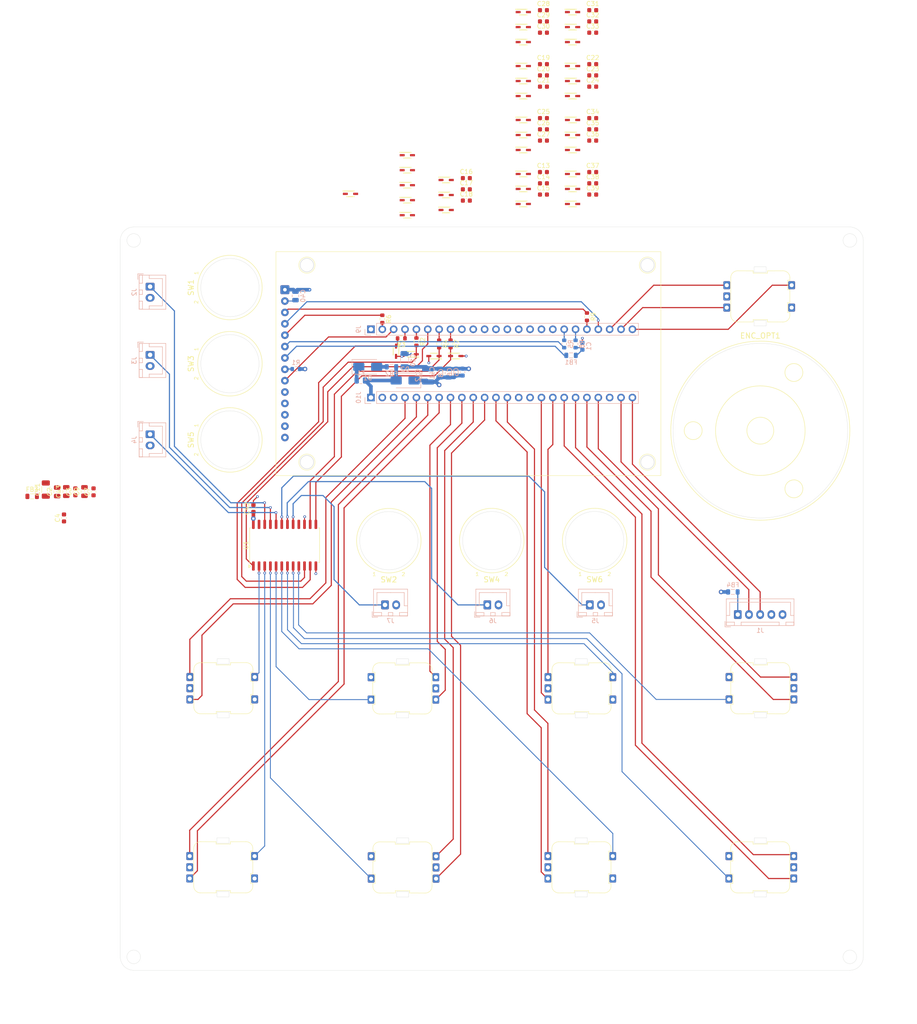
<source format=kicad_pcb>
(kicad_pcb (version 20241229) (generator "pcbnew") (generator_version "9.0")
  (layers (0 "F.Cu" signal) (4 "In1.Cu" power) (6 "In2.Cu" power) (2 "B.Cu" signal) (13 "F.Paste" user) (15 "B.Paste" user) (5 "F.SilkS" user "F.Silkscreen") (7 "B.SilkS" user "B.Silkscreen") (1 "F.Mask" user) (3 "B.Mask" user) (25 "Edge.Cuts" user))
  (net 0 "")
  (net 1 "+3V3")
  (net 2 "+5V")
  (net 3 "GND")
  (net 4 "/MIDI_Encoder_Matrix_2x4_with_push_buttons/1x1.QUAD_A")
  (net 5 "/MIDI_Encoder_Matrix_2x4_with_push_buttons/1x2.QUAD_A")
  (net 6 "/MIDI_Encoder_Matrix_2x4_with_push_buttons/1x1_SW_A")
  (net 7 "/MIDI_Encoder_Matrix_2x4_with_push_buttons/1x2_SW_A")
  (net 8 "/MIDI_Encoder_Matrix_2x4_with_push_buttons/1x3.QUAD_A")
  (net 9 "/MIDI_Encoder_Matrix_2x4_with_push_buttons/1x4.QUAD_A")
  (net 10 "/MIDI_Encoder_Matrix_2x4_with_push_buttons/1x3_SW_A")
  (net 11 "/MIDI_Encoder_Matrix_2x4_with_push_buttons/1x4_SW_A")
  (net 12 "/MIDI_Encoder_Matrix_2x4_with_push_buttons/2x1.QUAD_A")
  (net 13 "/MIDI_Encoder_Matrix_2x4_with_push_buttons/2x1_SW_A")
  (net 14 "/MIDI_Encoder_Matrix_2x4_with_push_buttons/2x2.QUAD_A")
  (net 15 "/MIDI_Encoder_Matrix_2x4_with_push_buttons/2x3.QUAD_A")
  (net 16 "/MIDI_Encoder_Matrix_2x4_with_push_buttons/2x2_SW_A")
  (net 17 "/MIDI_Encoder_Matrix_2x4_with_push_buttons/2x4.QUAD_A")
  (net 18 "/MIDI_Encoder_Matrix_2x4_with_push_buttons/2x3_SW_A")
  (net 19 "/MIDI_Encoder_Matrix_2x4_with_push_buttons/2x4_SW_A")
  (net 20 "/ENC_B_OPT")
  (net 21 "/Buttons_Momentary/BUTTON_PUSH_MOM_01")
  (net 22 "/Buttons_Momentary/BUTTON_PUSH_MOM_02")
  (net 23 "/Buttons_Momentary/BUTTON_PUSH_MOM_03")
  (net 24 "/Buttons_Momentary/BUTTON_PUSH_MOM_04")
  (net 25 "/Buttons_Momentary/BUTTON_PUSH_MOM_05")
  (net 26 "/Buttons_Momentary/BUTTON_PUSH_MOM_06")
  (net 27 "/ENC_A_OPT")
  (net 29 "/S0")
  (net 30 "/S1")
  (net 31 "/COM")
  (net 32 "/S2")
  (net 33 "/S3")
  (net 34 "/MIDI_Encoder_Matrix_2x4_with_push_buttons/1x1.QUAD_B")
  (net 35 "/MIDI_Encoder_Matrix_2x4_with_push_buttons/1x2.QUAD_B")
  (net 36 "/MIDI_Encoder_Matrix_2x4_with_push_buttons/1x3.QUAD_B")
  (net 37 "/MIDI_Encoder_Matrix_2x4_with_push_buttons/1x4.QUAD_B")
  (net 38 "/MIDI_Encoder_Matrix_2x4_with_push_buttons/2x1.QUAD_B")
  (net 39 "/MIDI_Encoder_Matrix_2x4_with_push_buttons/2x2.QUAD_B")
  (net 40 "/MIDI_Encoder_Matrix_2x4_with_push_buttons/2x3.QUAD_B")
  (net 41 "/MIDI_Encoder_Matrix_2x4_with_push_buttons/2x4.QUAD_B")
  (net 43 "/SCK")
  (net 44 "/Encoder_with_Push_Button_Navigation/QUAD_A")
  (net 45 "/Encoder_with_Push_Button_Navigation/QUAD_B")
  (net 46 "/Encoder_with_Push_Button_Navigation/SW_A")
  (net 47 "Net-(D1-K)")
  (net 48 "Net-(D1-A)")
  (net 49 "Net-(C1-Pad1)")
  (net 50 "/CS")
  (net 51 "/RST")
  (net 52 "/MISO")
  (net 53 "/DC")
  (net 54 "/LED")
  (net 55 "/MOSI")
  (net 56 "Net-(J1-Pin_1)")
  (net 57 "/Teensy_4.1/T28")
  (net 58 "/Teensy_4.1/T24")
  (net 59 "/Teensy_4.1/T9")
  (net 60 "/Teensy_4.1/T7")
  (net 61 "/Teensy_4.1/T27")
  (net 62 "/Teensy_4.1/T25")
  (net 63 "/Teensy_4.1/T26")
  (net 64 "/Teensy_4.1/T12")
  (net 65 "/Teensy_4.1/T10")
  (net 66 "/Teensy_4.1/T11")
  (net 67 "/Teensy_4.1/T8")
  (net 68 "/Teensy_4.1/T35")
  (net 69 "/Teensy_4.1/T13")
  (footprint "midi_controller:MSP2807_ILI9341_Display" (layer "F.Cu") (at 113.779995 107.51 -90)
    (property "Reference" "DISP1" (hide yes))
    (property "Value" "MIDI_Display_MSP2807" (hide yes))
    (fp_circle (center -22 -4.92) (end -20.5 -4.92) (stroke (width 0.1)) (fill no) (layer "Edge.Cuts"))
    (fp_circle (center 22 -4.92) (end 23.5 -4.92) (stroke (width 0.1)) (fill no) (layer "Edge.Cuts"))
    (fp_circle (center -22 -81) (end -20.5 -81) (stroke (width 0.1)) (fill no) (layer "Edge.Cuts"))
    (fp_circle (center 22 -81) (end 23.5 -81) (stroke (width 0.1)) (fill no) (layer "Edge.Cuts"))
  )
  (footprint "KiCad:SOD2512X110N" (layer "F.Cu") (at 178.051347 35.701999)
    (property "Reference" "D23" (hide yes))
    (property "Value" "PESD5V0L1BA,115" (hide yes))
  )
  (footprint "Capacitor_SMD:C_0603_1608Metric" (layer "F.Cu") (at 154.316347 71.101999)
    (property "Reference" "C18")
    (property "Value" "100n")
  )
  (footprint "KiCad:SOD2512X110N" (layer "F.Cu") (at 149.811347 69.851999)
    (property "Reference" "D7" (hide yes))
    (property "Value" "PESD5V0L1BA,115" (hide yes))
  )
  (footprint "midi_controller:PEC11R4220FS0024" (layer "F.Cu") (at 100.010013 219.990018 -90)
    (property "Reference" "ENC_MECH5" (hide yes))
    (property "Value" "MIDI_Encoder_PEC11R" (hide yes))
    (fp_rect (start -6.6 -1.3) (end -5.4 1.4) (stroke (width 0.05)) (fill no) (layer "Edge.Cuts"))
    (fp_rect (start 5.4 -1.3) (end 6.6 1.4) (stroke (width 0.05)) (fill no) (layer "Edge.Cuts"))
  )
  (footprint "midi_controller:PEC11R4220FS0024" (layer "F.Cu") (at 180.040013 220.000018 -90)
    (property "Reference" "ENC_MECH7" (hide yes))
    (property "Value" "MIDI_Encoder_PEC11R" (hide yes))
    (fp_rect (start -6.6 -1.3) (end -5.4 1.4) (stroke (width 0.05)) (fill no) (layer "Edge.Cuts"))
    (fp_rect (start 5.4 -1.3) (end 6.6 1.4) (stroke (width 0.05)) (fill no) (layer "Edge.Cuts"))
  )
  (footprint "Capacitor_SMD:C_0805_2012Metric" (layer "F.Cu") (at 62.901347 136.143999 90)
    (property "Reference" "C2")
    (property "Value" "10u")
  )
  (footprint "KiCad:SOD2512X110N" (layer "F.Cu") (at 128.433347 69.595999)
    (property "Reference" "D35" (hide yes))
    (property "Value" "PESD5V0L1BA,115" (hide yes))
  )
  (footprint "KiCad:SOD2512X110N" (layer "F.Cu") (at 141.133347 67.659999)
    (property "Reference" "D32" (hide yes))
    (property "Value" "PESD5V0L1BA,115" (hide yes))
  )
  (footprint "Capacitor_SMD:C_0603_1608Metric" (layer "F.Cu") (at 171.546347 55.191999)
    (property "Reference" "C26")
    (property "Value" "100n")
  )
  (footprint "KiCad:SOD2512X110N" (layer "F.Cu") (at 167.041347 56.451999)
    (property "Reference" "D16" (hide yes))
    (property "Value" "PESD5V0L1BA,115" (hide yes))
  )
  (footprint "Resistor_SMD:R_0603_1608Metric" (layer "F.Cu") (at 181.265347 97.027999 -90)
    (property "Reference" "R9")
    (property "Value" "33")
  )
  (footprint "midi_controller:PEC11R4220FS0024" (layer "F.Cu") (at 140.050013 220.030018 90)
    (property "Reference" "ENC_MECH6" (hide yes))
    (property "Value" "MIDI_Encoder_PEC11R" (hide yes))
    (fp_rect (start 5.4 -1.3) (end 6.6 1.4) (stroke (width 0.05)) (fill no) (layer "Edge.Cuts"))
    (fp_rect (start -6.6 -1.3) (end -5.4 1.4) (stroke (width 0.05)) (fill no) (layer "Edge.Cuts"))
  )
  (footprint "midi_controller:PEC11R4220FS0024" (layer "F.Cu") (at 100.040013 180.000018 -90)
    (property "Reference" "ENC_MECH1" (hide yes))
    (property "Value" "MIDI_Encoder_PEC11R" (hide yes))
    (fp_rect (start -6.6 -1.3) (end -5.4 1.4) (stroke (width 0.05)) (fill no) (layer "Edge.Cuts"))
    (fp_rect (start 5.4 -1.3) (end 6.6 1.4) (stroke (width 0.05)) (fill no) (layer "Edge.Cuts"))
  )
  (footprint "Capacitor_SMD:C_0603_1608Metric" (layer "F.Cu") (at 171.546347 57.701999)
    (property "Reference" "C27")
    (property "Value" "100n")
  )
  (footprint "KiCad:SOD2512X110N" (layer "F.Cu") (at 167.041347 41.051999)
    (property "Reference" "D9" (hide yes))
    (property "Value" "PESD5V0L1BA,115" (hide yes))
  )
  (footprint "KiCad:SOD2512X110N" (layer "F.Cu") (at 151.943435 105.814602)
    (property "Reference" "D39" (hide yes))
    (property "Value" "PESD5V0L1BA,115" (hide yes))
  )
  (footprint "Capacitor_SMD:C_0603_1608Metric" (layer "F.Cu") (at 64.425347 141.972999 90)
    (property "Reference" "C4")
    (property "Value" "100n")
  )
  (footprint "Capacitor_SMD:C_0603_1608Metric" (layer "F.Cu") (at 182.556347 45.651999)
    (property "Reference" "C24")
    (property "Value" "100n")
  )
  (footprint "KiCad:SOD2512X110N" (layer "F.Cu") (at 178.051347 32.351999)
    (property "Reference" "D22" (hide yes))
    (property "Value" "PESD5V0L1BA,115" (hide yes))
  )
  (footprint "KiCad:SOD2512X110N" (layer "F.Cu") (at 167.041347 35.701999)
    (property "Reference" "D20" (hide yes))
    (property "Value" "PESD5V0L1BA,115" (hide yes))
  )
  (footprint "KiCad:SOD2512X110N" (layer "F.Cu") (at 141.133347 60.959999)
    (property "Reference" "D30" (hide yes))
    (property "Value" "PESD5V0L1BA,115" (hide yes))
  )
  (footprint "Capacitor_SMD:C_0603_1608Metric" (layer "F.Cu") (at 182.556347 57.701999)
    (property "Reference" "C36")
    (property "Value" "100n")
  )
  (footprint "Capacitor_SMD:C_0603_1608Metric" (layer "F.Cu") (at 171.546347 64.731999)
    (property "Reference" "C13")
    (property "Value" "100n")
  )
  (footprint "KiCad:SOD2512X110N" (layer "F.Cu") (at 149.811347 73.201999)
    (property "Reference" "D8" (hide yes))
    (property "Value" "PESD5V0L1BA,115" (hide yes))
  )
  (footprint "Inductor_SMD:L_0805_2012Metric" (layer "F.Cu") (at 57.313347 137.159999)
    (property "Reference" "FB3")
    (property "Value" "FerriteBead")
  )
  (footprint "KiCad:SOD2512X110N" (layer "F.Cu") (at 167.041347 29.001999)
    (property "Reference" "D18" (hide yes))
    (property "Value" "PESD5V0L1BA,115" (hide yes))
  )
  (footprint "Capacitor_SMD:C_0603_1608Metric" (layer "F.Cu") (at 154.316347 66.081999)
    (property "Reference" "C16")
    (property "Value" "100n")
  )
  (footprint "Capacitor_SMD:C_0603_1608Metric" (layer "F.Cu") (at 71.029347 136.143999 90)
    (property "Reference" "C7")
    (property "Value" "1n")
  )
  (footprint "KiCad:SOD2512X110N" (layer "F.Cu") (at 149.811347 66.501999)
    (property "Reference" "D6" (hide yes))
    (property "Value" "PESD5V0L1BA,115" (hide yes))
  )
  (footprint "Capacitor_SMD:C_0603_1608Metric" (layer "F.Cu") (at 182.556347 31.091999)
    (property "Reference" "C32")
    (property "Value" "100n")
  )
  (footprint "KiCad:SOD2512X110N" (layer "F.Cu") (at 167.041347 71.851999)
    (property "Reference" "D5" (hide yes))
    (property "Value" "PESD5V0L1BA,115" (hide yes))
  )
  (footprint "KiCad:SOD2512X110N" (layer "F.Cu") (at 178.051347 44.401999)
    (property "Reference" "D13" (hide yes))
    (property "Value" "PESD5V0L1BA,115" (hide yes))
  )
  (footprint "KiCad:SOD2512X110N" (layer "F.Cu") (at 178.051347 53.101999)
    (property "Reference" "D24" (hide yes))
    (property "Value" "PESD5V0L1BA,115" (hide yes))
  )
  (footprint "KiCad:SOD2512X110N" (layer "F.Cu") (at 178.051347 59.801999)
    (property "Reference" "D26" (hide yes))
    (property "Value" "PESD5V0L1BA,115" (hide yes))
  )
  (footprint "Package_SO:SOIC-24W_7.5x15.4mm_P1.27mm" (layer "F.Cu") (at 113.715046 148.057085 90)
    (property "Reference" "U1")
    (property "Value" "CD74HC4067M")
  )
  (footprint "Capacitor_SMD:C_0603_1608Metric" (layer "F.Cu") (at 106.750004 139.85 90)
    (property "Reference" "C42")
    (property "Value" "100n")
  )
  (footprint "KiCad:SOD2512X110N" (layer "F.Cu") (at 167.041347 47.751999)
    (property "Reference" "D11" (hide yes))
    (property "Value" "PESD5V0L1BA,115" (hide yes))
  )
  (footprint "midi_controller:PV0H24011_Pushbutton" (layer "F.Cu") (at 101.500013 124.550018 -90)
    (property "Reference" "SW5")
    (property "Value" "~" (hide yes))
    (fp_circle (center 0 0) (end 6.5 0) (stroke (width 0.05)) (fill no) (layer "Edge.Cuts"))
  )
  (footprint "Capacitor_SMD:C_0603_1608Metric" (layer "F.Cu") (at 182.556347 43.141999)
    (property "Reference" "C23")
    (property "Value" "100n")
  )
  (footprint "Capacitor_SMD:C_0603_1608Metric" (layer "F.Cu") (at 182.556347 33.601999)
    (property "Reference" "C33")
    (property "Value" "100n")
  )
  (footprint "midi_controller:PEC11R4220FS0024" (layer "F.Cu") (at 220.000013 92.500018 -90)
    (property "Reference" "ENC_MECH9" (hide yes))
    (property "Value" "MIDI_Encoder_PEC11R" (hide yes))
    (fp_rect (start -6.6 -1.3) (end -5.4 1.4) (stroke (width 0.05)) (fill no) (layer "Edge.Cuts"))
    (fp_rect (start 5.4 -1.3) (end 6.6 1.4) (stroke (width 0.05)) (fill no) (layer "Edge.Cuts"))
  )
  (footprint "KiCad:SOD2512X110N" (layer "F.Cu") (at 178.051347 41.051999)
    (property "Reference" "D12" (hide yes))
    (property "Value" "PESD5V0L1BA,115" (hide yes))
  )
  (footprint "Capacitor_SMD:C_0603_1608Metric" (layer "F.Cu") (at 171.546347 67.241999)
    (property "Reference" "C14")
    (property "Value" "100n")
  )
  (footprint "Capacitor_SMD:C_0603_1608Metric" (layer "F.Cu") (at 171.546347 40.631999)
    (property "Reference" "C19")
    (property "Value" "100n")
  )
  (footprint "KiCad:SOD2512X110N" (layer "F.Cu") (at 147.08071 105.820458 180)
    (property "Reference" "D38" (hide yes))
    (property "Value" "PESD5V0L1BA,115" (hide yes))
  )
  (footprint "KiCad:SOD2512X110N" (layer "F.Cu") (at 138.613366 104.739557 -90)
    (property "Reference" "D37" (hide yes))
    (property "Value" "PESD5V0L1BA,115" (hide yes))
  )
  (footprint "Capacitor_SMD:C_0603_1608Metric" (layer "F.Cu") (at 171.546347 43.141999)
    (property "Reference" "C20")
    (property "Value" "100n")
  )
  (footprint "midi_controller:PEC11R4220FS0024" (layer "F.Cu") (at 219.970013 220.000018 90)
    (property "Reference" "ENC_MECH8" (hide yes))
    (property "Value" "MIDI_Encoder_PEC11R" (hide yes))
    (fp_rect (start 5.4 -1.3) (end 6.6 1.4) (stroke (width 0.05)) (fill no) (layer "Edge.Cuts"))
    (fp_rect (start -6.6 -1.3) (end -5.4 1.4) (stroke (width 0.05)) (fill no) (layer "Edge.Cuts"))
  )
  (footprint "KiCad:SOD2512X110N" (layer "F.Cu") (at 167.041347 32.351999)
    (property "Reference" "D19" (hide yes))
    (property "Value" "PESD5V0L1BA,115" (hide yes))
  )
  (footprint "midi_controller:PEC11R4220FS0024" (layer "F.Cu") (at 180.060013 180.030018 -90)
    (property "Reference" "ENC_MECH3" (hide yes))
    (property "Value" "MIDI_Encoder_PEC11R" (hide yes))
    (fp_rect (start -6.6 -1.3) (end -5.4 1.4) (stroke (width 0.05)) (fill no) (layer "Edge.Cuts"))
    (fp_rect (start 5.4 -1.3) (end 6.6 1.4) (stroke (width 0.05)) (fill no) (layer "Edge.Cuts"))
  )
  (footprint "Capacitor_SMD:C_0603_1608Metric" (layer "F.Cu") (at 66.965347 136.143999 90)
    (property "Reference" "C3")
    (property "Value" "100n")
  )
  (footprint "Capacitor_SMD:C_0603_1608Metric" (layer "F.Cu") (at 171.546347 52.681999)
    (property "Reference" "C25")
    (property "Value" "100n")
  )
  (footprint "KiCad:SOD2512X110N" (layer "F.Cu") (at 141.133347 64.309999)
    (property "Reference" "D31" (hide yes))
    (property "Value" "PESD5V0L1BA,115" (hide yes))
  )
  (footprint "KiCad:SOD2512X110N" (layer "F.Cu") (at 167.041347 44.401999)
    (property "Reference" "D10" (hide yes))
    (property "Value" "PESD5V0L1BA,115" (hide yes))
  )
  (footprint "KiCad:SOD2512X110N" (layer "F.Cu") (at 167.041347 68.501999)
    (property "Reference" "D4" (hide yes))
    (property "Value" "PESD5V0L1BA,115" (hide yes))
  )
  (footprint "KiCad:SOD2512X110N" (layer "F.Cu") (at 167.041347 65.151999)
    (property "Reference" "D3" (hide yes))
    (property "Value" "PESD5V0L1BA,115" (hide yes))
  )
  (footprint "Capacitor_SMD:C_1206_3216Metric" (layer "F.Cu") (at 60.361347 135.635999 90)
    (property "Reference" "C11")
    (property "Value" "47u")
  )
  (footprint "Capacitor_SMD:C_0603_1608Metric" (layer "F.Cu") (at 182.556347 28.581999)
    (property "Reference" "C31")
    (property "Value" "100n")
  )
  (footprint "midi_controller:E38S6G5_Optical_Encoder" (layer "F.Cu") (at 220.000013 122.482518)
    (property "Reference" "ENC_OPT1")
    (property "Value" "MIDI_Encoder_E38S6G5_Optical" (hide yes))
    (fp_circle (center 0 0) (end 19.5 0) (stroke (width 0.05)) (fill no) (layer "Edge.Cuts"))
  )
  (footprint "Resistor_SMD:R_0603_1608Metric" (layer "F.Cu") (at 150.788766 103.095634 -90)
    (property "Reference" "R7")
    (property "Value" "100")
  )
  (footprint "KiCad:SOD2512X110N" (layer "F.Cu") (at 178.051347 65.151999)
    (property "Reference" "D27" (hide yes))
    (property "Value" "PESD5V0L1BA,115" (hide yes))
  )
  (footprint "Capacitor_SMD:C_0603_1608Metric" (layer "F.Cu") (at 182.556347 52.681999)
    (property "Reference" "C34")
    (property "Value" "100n")
  )
  (footprint "Capacitor_SMD:C_0603_1608Metric" (layer "F.Cu") (at 154.316347 68.591999)
    (property "Reference" "C17")
    (property "Value" "100n")
  )
  (footprint "KiCad:SOD2512X110N" (layer "F.Cu") (at 178.051347 56.451999)
    (property "Reference" "D25" (hide yes))
    (property "Value" "PESD5V0L1BA,115" (hide yes))
  )
  (footprint "midi_controller:PEC11R4220FS0024" (layer "F.Cu") (at 220.000013 180.010018 90)
    (property "Reference" "ENC_MECH4" (hide yes))
    (property "Value" "MIDI_Encoder_PEC11R" (hide yes))
    (fp_rect (start 5.4 -1.3) (end 6.6 1.4) (stroke (width 0.05)) (fill no) (layer "Edge.Cuts"))
    (fp_rect (start -6.6 -1.3) (end -5.4 1.4) (stroke (width 0.05)) (fill no) (layer "Edge.Cuts"))
  )
  (footprint "Capacitor_SMD:C_0603_1608Metric" (layer "F.Cu") (at 182.556347 55.191999)
    (property "Reference" "C35")
    (property "Value" "100n")
  )
  (footprint "KiCad:SOD2512X110N" (layer "F.Cu") (at 141.133347 74.359999)
    (property "Reference" "D34" (hide yes))
    (property "Value" "PESD5V0L1BA,115" (hide yes))
  )
  (footprint "KiCad:SOD2512X110N" (layer "F.Cu") (at 178.051347 71.851999)
    (property "Reference" "D29" (hide yes))
    (property "Value" "PESD5V0L1BA,115" (hide yes))
  )
  (footprint "Capacitor_SMD:C_0603_1608Metric" (layer "F.Cu") (at 182.556347 69.751999)
    (property "Reference" "C39")
    (property "Value" "100n")
  )
  (footprint "Capacitor_SMD:C_0603_1608Metric" (layer "F.Cu") (at 182.556347 40.631999)
    (property "Reference" "C22")
    (property "Value" "100n")
  )
  (footprint "KiCad:SOD2512X110N" (layer "F.Cu") (at 141.133347 71.009999)
    (property "Reference" "D33" (hide yes))
    (property "Value" "PESD5V0L1BA,115" (hide yes))
  )
  (footprint "midi_controller:PV0H24011_Pushbutton" (layer "F.Cu") (at 182.990013 147.020018)
    (property "Reference" "SW6")
    (property "Value" "~" (hide yes))
    (fp_circle (center 0 0) (end 6.5 0) (stroke (width 0.05)) (fill no) (layer "Edge.Cuts"))
  )
  (footprint "Capacitor_SMD:C_0603_1608Metric" (layer "F.Cu") (at 171.546347 33.601999)
    (property "Reference" "C30")
    (property "Value" "100n")
  )
  (footprint "KiCad:SOD2512X110N" (layer "F.Cu") (at 141.987561 105.41864 180)
    (property "Reference" "D36" (hide yes))
    (property "Value" "PESD5V0L1BA,115" (hide yes))
  )
  (footprint "Capacitor_SMD:C_0603_1608Metric" (layer "F.Cu") (at 171.546347 28.581999)
    (property "Reference" "C28")
    (property "Value" "100n")
  )
  (footprint "Resistor_SMD:R_0603_1608Metric" (layer "F.Cu") (at 135.545347 97.535999 -90)
    (property "Reference" "R6")
    (property "Value" "33")
  )
  (footprint "Capacitor_SMD:C_0603_1608Metric" (layer "F.Cu") (at 171.546347 69.751999)
    (property "Reference" "C15")
    (property "Value" "100n")
  )
  (footprint "KiCad:SOD2512X110N" (layer "F.Cu") (at 167.041347 53.101999)
    (property "Reference" "D15" (hide yes))
    (property "Value" "PESD5V0L1BA,115" (hide yes))
  )
  (footprint "Resistor_SMD:R_0603_1608Metric" (layer "F.Cu") (at 143.165347 102.615999 -90)
    (property "Reference" "R2")
    (property "Value" "100")
  )
  (footprint "Resistor_SMD:R_0603_1608Metric" (layer "F.Cu") (at 148.245347 103.123999 -90)
    (property "Reference" "R4")
    (property "Value" "100")
  )
  (footprint "Resistor_SMD:R_0603_1608Metric" (layer "F.Cu") (at 139.780541 101.864064 180)
    (property "Reference" "R3")
    (property "Value" "100")
  )
  (footprint "KiCad:SOD2512X110N" (layer "F.Cu") (at 178.051347 68.501999)
    (property "Reference" "D28" (hide yes))
    (property "Value" "PESD5V0L1BA,115" (hide yes))
  )
  (footprint "KiCad:SOD2512X110N" (layer "F.Cu") (at 178.051347 29.001999)
    (property "Reference" "D21" (hide yes))
    (property "Value" "PESD5V0L1BA,115" (hide yes))
  )
  (footprint "midi_controller:PV0H24011_Pushbutton" (layer "F.Cu") (at 137.000013 147.050018)
    (property "Reference" "SW2")
    (property "Value" "~" (hide yes))
    (fp_circle (center 0 0) (end 6.5 0) (stroke (width 0.05)) (fill no) (layer "Edge.Cuts"))
  )
  (footprint "midi_controller:PEC11R4220FS0024" (layer "F.Cu") (at 140.010013 180.040018 90)
    (property "Reference" "ENC_MECH2" (hide yes))
    (property "Value" "MIDI_Encoder_PEC11R" (hide yes))
    (fp_rect (start 5.4 -1.3) (end 6.6 1.4) (stroke (width 0.05)) (fill no) (layer "Edge.Cuts"))
    (fp_rect (start -6.6 -1.3) (end -5.4 1.4) (stroke (width 0.05)) (fill no) (layer "Edge.Cuts"))
  )
  (footprint "KiCad:SOD2512X110N" (layer "F.Cu") (at 178.051347 47.751999)
    (property "Reference" "D14" (hide yes))
    (property "Value" "PESD5V0L1BA,115" (hide yes))
  )
  (footprint "KiCad:SOD2512X110N" (layer "F.Cu") (at 167.041347 59.801999)
    (property "Reference" "D17" (hide yes))
    (property "Value" "PESD5V0L1BA,115" (hide yes))
  )
  (footprint "midi_controller:PV0H24011_Pushbutton" (layer "F.Cu") (at 101.500013 107.535018 -90)
    (property "Reference" "SW3")
    (property "Value" "~" (hide yes))
    (fp_circle (center 0 0) (end 6.5 0) (stroke (width 0.05)) (fill no) (layer "Edge.Cuts"))
  )
  (footprint "midi_controller:PV0H24011_Pushbutton" (layer "F.Cu") (at 160.000013 147.030018)
    (property "Reference" "SW4")
    (property "Value" "~" (hide yes))
    (fp_circle (center 0 0) (end 6.5 0) (stroke (width 0.05)) (fill no) (layer "Edge.Cuts"))
  )
  (footprint "Capacitor_SMD:C_0603_1608Metric" (layer "F.Cu") (at 171.546347 31.091999)
    (property "Reference" "C29")
    (property "Value" "100n")
  )
  (footprint "Capacitor_SMD:C_0603_1608Metric" (layer "F.Cu") (at 182.556347 67.241999)
    (property "Reference" "C38")
    (property "Value" "100n")
  )
  (footprint "Capacitor_SMD:C_0805_2012Metric" (layer "F.Cu") (at 64.933347 136.077999 90)
    (property "Reference" "C43")
    (property "Value" "10u")
  )
  (footprint "Capacitor_SMD:C_0603_1608Metric" (layer "F.Cu") (at 182.556347 64.731999)
    (property "Reference" "C37")
    (property "Value" "100n")
  )
  (footprint "midi_controller:PV0H24011_Pushbutton" (layer "F.Cu") (at 101.500013 90.520018 -90)
    (property "Reference" "SW1")
    (property "Value" "~" (hide yes))
    (fp_circle (center 0 0) (end 6.5 0) (stroke (width 0.05)) (fill no) (layer "Edge.Cuts"))
  )
  (footprint "Capacitor_SMD:C_0805_2012Metric" (layer "F.Cu") (at 68.997347 136.077999 90)
    (property "Reference" "C9")
    (property "Value" "100n")
  )
  (footprint "Capacitor_SMD:C_0603_1608Metric" (layer "F.Cu") (at 171.546347 45.651999)
    (property "Reference" "C21")
    (property "Value" "100n")
  )
  (footprint "Connector_JST:JST_XH_B5B-XH-A_1x05_P2.50mm_Vertical" (layer "B.Cu") (at 214.964004 163.552085)
    (property "Reference" "J1")
    (property "Value" "Conn_01x05")
  )
  (footprint "Capacitor_SMD:C_0805_2012Metric" (layer "B.Cu") (at 148.352446 109.622965 -90)
    (property "Reference" "C41")
    (property "Value" "10u")
  )
  (footprint "Capacitor_SMD:C_1206_3216Metric" (layer "B.Cu") (at 140.525865 106.751726 90)
    (property "Reference" "C10")
    (property "Value" "47u")
  )
  (footprint "Inductor_SMD:L_0805_2012Metric" (layer "B.Cu") (at 177.709347 105.663999)
    (property "Reference" "FB1")
    (property "Value" "FerriteBead")
  )
  (footprint "Connector_JST:JST_XH_B2B-XH-A_1x02_P2.50mm_Vertical" (layer "B.Cu") (at 159.004004 161.392085)
    (property "Reference" "J6")
    (property "Value" "Conn_01x02_Socket")
  )
  (footprint "Resistor_SMD:R_0603_1608Metric" (layer "B.Cu") (at 176.185347 103.123999 90)
    (property "Reference" "R5")
    (property "Value" "33")
  )
  (footprint "Inductor_SMD:L_0805_2012Metric" (layer "B.Cu") (at 213.868004 158.495999 180)
    (property "Reference" "FB4")
    (property "Value" "FerriteBead")
  )
  (footprint "Connector_JST:JST_XH_B2B-XH-A_1x02_P2.50mm_Vertical" (layer "B.Cu") (at 83.665046 105.552085 -90)
    (property "Reference" "J3")
    (property "Value" "Conn_01x02_Socket")
  )
  (footprint "Connector_PinSocket_2.54mm:PinSocket_1x24_P2.54mm_Vertical" (layer "B.Cu") (at 133.000004 99.842085 -90)
    (property "Reference" "J9")
    (property "Value" "Conn_01x24_Socket")
  )
  (footprint "Capacitor_SMD:C_1210_3225Metric" (layer "B.Cu") (at 145.761006 110.132986 -90)
    (property "Reference" "C12")
    (property "Value" "100u")
  )
  (footprint "Fuse:Fuse_0805_2012Metric" (layer "B.Cu") (at 130.754472 111.27552 180)
    (property "Reference" "F1")
    (property "Value" "Fuse")
  )
  (footprint "Diode_SMD:D_SMA" (layer "B.Cu") (at 140.639862 111.27319 180)
    (property "Reference" "D2")
    (property "Value" "SMAJ5.0CA")
  )
  (footprint "Connector_JST:JST_XH_B2B-XH-A_1x02_P2.50mm_Vertical" (layer "B.Cu") (at 181.904004 161.392085)
    (property "Reference" "J5")
    (property "Value" "Conn_01x02_Socket")
  )
  (footprint "Resistor_SMD:R_0603_1608Metric" (layer "B.Cu") (at 178.725347 103.123999 90)
    (property "Reference" "R8")
    (property "Value" "33")
  )
  (footprint "Diode_SMD:D_SMA" (layer "B.Cu") (at 132.287051 108.22752)
    (property "Reference" "D1")
    (property "Value" "SS34")
  )
  (footprint "Connector_PinSocket_2.54mm:PinSocket_1x24_P2.54mm_Vertical" (layer "B.Cu") (at 133.000004 115.082085 -90)
    (property "Reference" "J10")
    (property "Value" "Conn_01x24_Socket")
  )
  (footprint "Capacitor_SMD:C_0603_1608Metric" (layer "B.Cu") (at 152.017257 109.400892 -90)
    (property "Reference" "C6")
    (property "Value" "10n")
  )
  (footprint "Connector_JST:JST_XH_B2B-XH-A_1x02_P2.50mm_Vertical" (layer "B.Cu") (at 136.144004 161.392085)
    (property "Reference" "J7")
    (property "Value" "Conn_01x02_Socket")
  )
  (footprint "Inductor_SMD:L_0805_2012Metric" (layer "B.Cu") (at 137.591862 108.22519)
    (property "Reference" "FB2")
    (property "Value" "FerriteBead")
  )
  (footprint "Capacitor_SMD:C_0805_2012Metric" (layer "B.Cu") (at 150.316885 109.623013 -90)
    (property "Reference" "C8")
    (property "Value" "100n")
  )
  (footprint "Capacitor_SMD:C_0603_1608Metric" (layer "B.Cu") (at 180.249347 103.631999 90)
    (property "Reference" "C1")
    (property "Value" "100p")
  )
  (footprint "Resistor_SMD:R_0603_1608Metric" (layer "B.Cu") (at 116.241347 108.711999 180)
    (property "Reference" "R1")
    (property "Value" "220")
  )
  (footprint "Connector_JST:JST_XH_B2B-XH-A_1x02_P2.50mm_Vertical" (layer "B.Cu") (at 83.665046 123.282085 -90)
    (property "Reference" "J4")
    (property "Value" "Conn_01x02_Socket")
  )
  (footprint "Connector_JST:JST_XH_B2B-XH-A_1x02_P2.50mm_Vertical" (layer "B.Cu") (at 83.665046 90.312085 -90)
    (property "Reference" "J2")
    (property "Value" "Conn_01x02_Socket")
  )
  (footprint "Capacitor_SMD:C_0603_1608Metric" (layer "B.Cu") (at 153.47077 109.399547 -90)
    (property "Reference" "C5")
    (property "Value" "1n")
  )
  (footprint "Capacitor_SMD:C_0805_2012Metric" (layer "B.Cu") (at 116.140004 92.38 90)
    (property "Reference" "C40")
    (property "Value" "100n")
  )
  (gr_circle (center 240 240) (end 241.52 240) (stroke (width 0.05)) (fill no) (layer "Edge.Cuts"))
  (gr_circle (center 80 80) (end 81.52 80) (stroke (width 0.05)) (fill no) (layer "Edge.Cuts"))
  (gr_arc (start 243.000004 240) (mid 242.121324 242.12132) (end 240.000004 243) (stroke (width 0.05)) (layer "Edge.Cuts"))
  (gr_line (start 243.000004 80) (end 243.000004 240) (stroke (width 0.05)) (layer "Edge.Cuts"))
  (gr_circle (center 80 240) (end 81.52 240) (stroke (width 0.05)) (fill no) (layer "Edge.Cuts"))
  (gr_arc (start 80.000004 243) (mid 77.878681 242.121322) (end 77.000004 240) (stroke (width 0.05)) (layer "Edge.Cuts"))
  (gr_line (start 240.000004 243) (end 80.000004 243) (stroke (width 0.05)) (layer "Edge.Cuts"))
  (gr_arc (start 240.000004 77) (mid 242.121322 77.878681) (end 243.000004 80) (stroke (width 0.05)) (layer "Edge.Cuts"))
  (gr_circle (center 240 80) (end 241.52 80) (stroke (width 0.05)) (fill no) (layer "Edge.Cuts"))
  (gr_line (start 77.000004 240) (end 77.000004 80) (stroke (width 0.05)) (layer "Edge.Cuts"))
  (gr_line (start 80.000004 77) (end 240.000004 77) (stroke (width 0.05)) (layer "Edge.Cuts"))
  (gr_arc (start 77.000004 80) (mid 77.878684 77.87868) (end 80.000004 77) (stroke (width 0.05)) (layer "Edge.Cuts"))
  (segment (start 106.750004 142.0938) (end 106.730804 142.113) (width 0.8128) (layer "F.Cu") (net 1))
  (segment (start 106.730804 142.113) (end 106.730804 143.406327) (width 0.254) (layer "F.Cu") (net 1))
  (segment (start 106.730804 143.406327) (end 106.730046 143.407085) (width 0.254) (layer "F.Cu") (net 1))
  (segment (start 106.750004 140.8) (end 106.750004 142.0938) (width 0.8128) (layer "F.Cu") (net 1))
  (via (at 106.730804 142.113) (size 1.016) (drill 0.508) (layers "F.Cu" "B.Cu") (net 1))
  (via (at 118.273347 108.711999) (size 1.016) (drill 0.508) (layers "F.Cu" "B.Cu") (net 1))
  (segment (start 118.273347 108.711999) (end 117.066347 108.711999) (width 0.8128) (layer "B.Cu") (net 1))
  (via (at 119.290004 91.01) (size 0.6) (drill 0.3) (layers "F.Cu" "B.Cu") (net 2))
  (via (at 211.237347 158.495999) (size 1.016) (drill 0.508) (layers "F.Cu" "B.Cu") (net 2))
  (via (at 154.849347 108.665383) (size 1.016) (drill 0.508) (layers "F.Cu" "B.Cu") (net 2))
  (segment (start 148.337467 108.657986) (end 148.352446 108.672965) (width 0.8128) (layer "B.Cu") (net 2))
  (segment (start 133.000004 115.082085) (end 133.000004 112.583552) (width 0.8128) (layer "B.Cu") (net 2))
  (segment (start 154.849347 108.665383) (end 153.511606 108.665383) (width 0.8128) (layer "B.Cu") (net 2))
  (segment (start 153.469425 108.625892) (end 153.47077 108.624547) (width 0.8128) (layer "B.Cu") (net 2))
  (segment (start 119.290004 91.01) (end 116.560004 91.01) (width 0.8128) (layer "B.Cu") (net 2))
  (segment (start 113.779995 91) (end 113.770013 90.990018) (width 0.8128) (layer "B.Cu") (net 2))
  (segment (start 133.000004 112.583552) (end 131.691972 111.27552) (width 0.8128) (layer "B.Cu") (net 2))
  (segment (start 211.237347 158.495999) (end 212.805504 158.495999) (width 0.8128) (layer "B.Cu") (net 2))
  (segment (start 152.017257 108.625892) (end 153.469425 108.625892) (width 0.8128) (layer "B.Cu") (net 2))
  (segment (start 138.637532 111.27552) (end 138.639862 111.27319) (width 0.8128) (layer "B.Cu") (net 2))
  (segment (start 153.511606 108.665383) (end 153.47077 108.624547) (width 0.8128) (layer "B.Cu") (net 2))
  (segment (start 150.316885 108.673013) (end 151.970136 108.673013) (width 0.8128) (layer "B.Cu") (net 2))
  (segment (start 131.691972 111.27552) (end 138.637532 111.27552) (width 0.8128) (layer "B.Cu") (net 2))
  (segment (start 150.316837 108.672965) (end 150.316885 108.673013) (width 0.8128) (layer "B.Cu") (net 2))
  (segment (start 145.761006 108.657986) (end 148.337467 108.657986) (width 0.8128) (layer "B.Cu") (net 2))
  (segment (start 138.639862 108.23969) (end 138.654362 108.22519) (width 0.8128) (layer "B.Cu") (net 2))
  (segment (start 151.970136 108.673013) (end 152.017257 108.625892) (width 0.8128) (layer "B.Cu") (net 2))
  (segment (start 115.700022 90.990018) (end 116.140004 91.43) (width 0.8128) (layer "B.Cu") (net 2))
  (segment (start 113.770013 90.990018) (end 115.700022 90.990018) (width 0.8128) (layer "B.Cu") (net 2))
  (segment (start 140.525865 108.226726) (end 145.329746 108.226726) (width 0.8128) (layer "B.Cu") (net 2))
  (segment (start 145.329746 108.226726) (end 145.761006 108.657986) (width 0.8128) (layer "B.Cu") (net 2))
  (segment (start 116.560004 91.01) (end 116.140004 91.43) (width 0.8128) (layer "B.Cu") (net 2))
  (segment (start 138.639862 111.27319) (end 138.639862 108.23969) (width 0.8128) (layer "B.Cu") (net 2))
  (segment (start 148.352446 108.672965) (end 150.316837 108.672965) (width 0.8128) (layer "B.Cu") (net 2))
  (segment (start 145.930395 107.329474) (end 145.930395 106.98305) (width 0.254) (layer "F.Cu") (net 3))
  (segment (start 120.700046 152.707085) (end 120.700046 154.399958) (width 0.2) (layer "F.Cu") (net 3))
  (segment (start 154.29183 105.814602) (end 153.093435 105.814602) (width 0.254) (layer "F.Cu") (net 3))
  (segment (start 145.93071 106.982735) (end 145.93071 105.820458) (width 0.254) (layer "F.Cu") (net 3))
  (segment (start 118.160046 143.407085) (end 118.160046 141.739958) (width 0.2) (layer "F.Cu") (net 3))
  (segment (start 138.613366 105.889557) (end 139.911915 105.889557) (width 0.254) (layer "F.Cu") (net 3))
  (segment (start 140.366644 105.889557) (end 140.837561 105.41864) (width 0.254) (layer "F.Cu") (net 3))
  (segment (start 145.930395 106.98305) (end 145.93071 106.982735) (width 0.254) (layer "F.Cu") (net 3))
  (segment (start 139.911915 105.889557) (end 140.366644 105.889557) (width 0.254) (layer "F.Cu") (net 3))
  (segment (start 118.160046 141.739958) (end 118.200004 141.7) (width 0.2) (layer "F.Cu") (net 3))
  (segment (start 180.249347 102.589999) (end 180.249347 101.840997) (width 0.254) (layer "F.Cu") (net 3))
  (segment (start 120.700046 154.399958) (end 120.700004 154.4) (width 0.2) (layer "F.Cu") (net 3))
  (segment (start 107.650676 137.205328) (end 106.750004 138.106) (width 0.254) (layer "F.Cu") (net 3))
  (segment (start 106.750004 138.106) (end 106.750004 138.9) (width 0.254) (layer "F.Cu") (net 3))
  (via (at 154.29183 105.814602) (size 0.6096) (drill 0.3048) (layers "F.Cu" "B.Cu") (net 3))
  (via (at 118.200004 141.7) (size 0.6) (drill 0.3) (layers "F.Cu" "B.Cu") (net 3))
  (via (at 180.249347 101.840997) (size 0.6096) (drill 0.3048) (layers "F.Cu" "B.Cu") (net 3))
  (via (at 145.930395 107.329474) (size 0.6) (drill 0.3) (layers "F.Cu" "B.Cu") (net 3))
  (via (at 120.700004 154.4) (size 0.6) (drill 0.3) (layers "F.Cu" "B.Cu") (net 3))
  (via (at 148.245347 112.267999) (size 1.016) (drill 0.508) (layers "F.Cu" "B.Cu") (net 3))
  (via (at 107.650676 137.205328) (size 0.6) (drill 0.3) (layers "F.Cu" "B.Cu") (net 3))
  (via (at 139.911915 105.889557) (size 0.6) (drill 0.3) (layers "F.Cu" "B.Cu") (net 3))
  (segment (start 147.317425 111.607986) (end 148.352446 110.572965) (width 0.8128) (layer "B.Cu") (net 3))
  (segment (start 142.639862 111.27319) (end 145.42621 111.27319) (width 0.8128) (layer "B.Cu") (net 3))
  (segment (start 151.620136 110.573013) (end 152.017257 110.175892) (width 0.8128) (layer "B.Cu") (net 3))
  (segment (start 153.469425 110.175892) (end 153.47077 110.174547) (width 0.8128) (layer "B.Cu") (net 3))
  (segment (start 113.770013 93.530018) (end 115.939986 93.530018) (width 0.2) (layer "B.Cu") (net 3))
  (segment (start 145.93071 107.329822) (end 145.929272 107.33126) (width 0.254) (layer "B.Cu") (net 3))
  (segment (start 141.683906 105.512953) (end 141.993818 105.203041) (width 0.254) (layer "B.Cu") (net 3))
  (segment (start 145.761006 111.607986) (end 147.585334 111.607986) (width 0.8128) (layer "B.Cu") (net 3))
  (segment (start 139.685582 105.512953) (end 141.683906 105.512953) (width 0.254) (layer "B.Cu") (net 3))
  (segment (start 145.761006 111.607986) (end 147.317425 111.607986) (width 0.8128) (layer "B.Cu") (net 3))
  (segment (start 150.316885 110.573013) (end 151.620136 110.573013) (width 0.8128) (layer "B.Cu") (net 3))
  (segment (start 115.939986 93.530018) (end 116.140004 93.33) (width 0.2) (layer "B.Cu") (net 3))
  (segment (start 150.316837 110.572965) (end 150.316885 110.573013) (width 0.8128) (layer "B.Cu") (net 3))
  (segment (start 145.93071 107.329789) (end 145.93071 107.329822) (width 0.254) (layer "B.Cu") (net 3))
  (segment (start 148.352446 110.572965) (end 150.316837 110.572965) (width 0.8128) (layer "B.Cu") (net 3))
  (segment (start 145.42621 111.27319) (end 145.761006 111.607986) (width 0.8128) (layer "B.Cu") (net 3))
  (segment (start 147.585334 111.607986) (end 148.245347 112.267999) (width 0.8128) (layer "B.Cu") (net 3))
  (segment (start 152.017257 110.175892) (end 153.469425 110.175892) (width 0.8128) (layer "B.Cu") (net 3))
  (segment (start 145.930395 107.329474) (end 145.93071 107.329789) (width 0.254) (layer "B.Cu") (net 3))
  (segment (start 122.933769 137.416235) (end 140.620004 119.73) (width 0.254) (layer "F.Cu") (net 4))
  (segment (start 92.540013 169.079991) (end 101.600004 160.02) (width 0.254) (layer "F.Cu") (net 4))
  (segment (start 92.540013 177.500018) (end 92.540013 169.079991) (width 0.254) (layer "F.Cu") (net 4))
  (segment (start 140.620004 119.73) (end 140.620004 115.082085) (width 0.254) (layer "F.Cu") (net 4))
  (segment (start 101.600004 160.02) (end 119.380005 160.02) (width 0.254) (layer "F.Cu") (net 4))
  (segment (start 119.380005 160.02) (end 122.933769 156.466236) (width 0.254) (layer "F.Cu") (net 4))
  (segment (start 122.933769 156.466236) (end 122.933769 137.416235) (width 0.254) (layer "F.Cu") (net 4))
  (segment (start 149.606004 180.444027) (end 149.606004 171.323) (width 0.254) (layer "F.Cu") (net 5))
  (segment (start 149.606004 171.323) (end 147.828004 169.545) (width 0.254) (layer "F.Cu") (net 5))
  (segment (start 153.320004 120.802864) (end 153.320004 115.082085) (width 0.254) (layer "F.Cu") (net 5))
  (segment (start 147.828004 169.545) (end 147.828004 126.294864) (width 0.254) (layer "F.Cu") (net 5))
  (segment (start 147.510013 182.540018) (end 149.606004 180.444027) (width 0.254) (layer "F.Cu") (net 5))
  (segment (start 147.828004 126.294864) (end 153.320004 120.802864) (width 0.254) (layer "F.Cu") (net 5))
  (segment (start 108.000046 152.707085) (end 108.000046 154.279979) (width 0.2) (layer "F.Cu") (net 6))
  (segment (start 108.000046 154.254958) (end 107.950004 154.305) (width 0.2) (layer "F.Cu") (net 6))
  (via (at 108.000046 154.279979) (size 0.6) (drill 0.3) (layers "F.Cu" "B.Cu") (net 6))
  (segment (start 107.040013 177.500018) (end 107.999404 176.540627) (width 0.2) (layer "B.Cu") (net 6))
  (segment (start 107.999404 154.280621) (end 108.000046 154.279979) (width 0.2) (layer "B.Cu") (net 6))
  (segment (start 107.999404 176.540627) (end 107.999404 154.280621) (width 0.2) (layer "B.Cu") (net 6))
  (segment (start 111.810046 152.707085) (end 111.810046 154.279979) (width 0.2) (layer "F.Cu") (net 7))
  (segment (start 111.810046 154.254958) (end 111.760004 154.305) (width 0.2) (layer "F.Cu") (net 7))
  (via (at 111.810046 154.279979) (size 0.6) (drill 0.3) (layers "F.Cu" "B.Cu") (net 7))
  (segment (start 133.010013 182.540018) (end 119.167022 182.540018) (width 0.2) (layer "B.Cu") (net 7))
  (segment (start 119.167022 182.540018) (end 111.810046 175.183042) (width 0.2) (layer "B.Cu") (net 7))
  (segment (start 111.810046 175.183042) (end 111.810046 154.279979) (width 0.2) (layer "B.Cu") (net 7))
  (segment (start 173.640004 125.572) (end 173.640004 115.082085) (width 0.254) (layer "F.Cu") (net 8))
  (segment (start 172.560013 126.651991) (end 173.640004 125.572) (width 0.254) (layer "F.Cu") (net 8))
  (segment (start 172.560013 177.530018) (end 172.560013 126.651991) (width 0.254) (layer "F.Cu") (net 8))
  (segment (start 222.896022 182.510018) (end 195.580004 155.194) (width 0.254) (layer "F.Cu") (net 9))
  (segment (start 195.580004 155.194) (end 195.580004 140.462) (width 0.254) (layer "F.Cu") (net 9))
  (segment (start 181.260004 126.142) (end 181.260004 115.082085) (width 0.254) (layer "F.Cu") (net 9))
  (segment (start 227.500013 182.510018) (end 222.896022 182.510018) (width 0.254) (layer "F.Cu") (net 9))
  (segment (start 195.580004 140.462) (end 181.260004 126.142) (width 0.254) (layer "F.Cu") (net 9))
  (segment (start 114.350046 154.27325) (end 114.363504 154.286708) (width 0.2) (layer "F.Cu") (net 10))
  (segment (start 114.363504 154.248229) (end 114.427004 154.311729) (width 0.2) (layer "F.Cu") (net 10))
  (segment (start 114.350046 152.707085) (end 114.350046 154.279979) (width 0.2) (layer "F.Cu") (net 10))
  (via (at 114.350046 154.279979) (size 0.6) (drill 0.3) (layers "F.Cu" "B.Cu") (net 10))
  (segment (start 187.060013 177.530018) (end 187.060013 176.519009) (width 0.2) (layer "B.Cu") (net 10))
  (segment (start 117.482004 170.06) (end 114.363011 166.941007) (width 0.2) (layer "B.Cu") (net 10))
  (segment (start 180.601004 170.06) (end 117.482004 170.06) (width 0.2) (layer "B.Cu") (net 10))
  (segment (start 187.060013 176.519009) (end 180.601004 170.06) (width 0.2) (layer "B.Cu") (net 10))
  (segment (start 114.363011 154.292944) (end 114.350046 154.279979) (width 0.2) (layer "B.Cu") (net 10))
  (segment (start 114.363011 166.941007) (end 114.363011 154.292944) (width 0.2) (layer "B.Cu") (net 10))
  (segment (start 116.890046 154.254958) (end 116.840004 154.305) (width 0.2) (layer "F.Cu") (net 11))
  (segment (start 116.890046 152.707085) (end 116.890046 154.279979) (width 0.2) (layer "F.Cu") (net 11))
  (via (at 116.890046 154.279979) (size 0.6) (drill 0.3) (layers "F.Cu" "B.Cu") (net 11))
  (segment (start 118.618004 167.64) (end 116.840004 165.862) (width 0.2) (layer "B.Cu") (net 11))
  (segment (start 116.840004 154.330021) (end 116.890046 154.279979) (width 0.2) (layer "B.Cu") (net 11))
  (segment (start 116.840004 165.862) (end 116.840004 154.330021) (width 0.2) (layer "B.Cu") (net 11))
  (segment (start 196.734022 182.510018) (end 181.864004 167.64) (width 0.2) (layer "B.Cu") (net 11))
  (segment (start 181.864004 167.64) (end 118.618004 167.64) (width 0.2) (layer "B.Cu") (net 11))
  (segment (start 213.000013 182.510018) (end 196.734022 182.510018) (width 0.2) (layer "B.Cu") (net 11))
  (segment (start 145.700004 119.03) (end 145.700004 115.082085) (width 0.254) (layer "F.Cu") (net 12))
  (segment (start 125.730004 139) (end 145.700004 119.03) (width 0.254) (layer "F.Cu") (net 12))
  (segment (start 92.510013 217.490018) (end 92.510013 211.719261) (width 0.254) (layer "F.Cu") (net 12))
  (segment (start 125.730004 178.49927) (end 125.730004 139) (width 0.254) (layer "F.Cu") (net 12))
  (segment (start 92.510013 211.719261) (end 125.730004 178.49927) (width 0.254) (layer "F.Cu") (net 12))
  (segment (start 109.270046 152.707085) (end 109.270046 154.279979) (width 0.2) (layer "F.Cu") (net 13))
  (segment (start 109.270046 154.254958) (end 109.220004 154.305) (width 0.2) (layer "F.Cu") (net 13))
  (via (at 109.270046 154.279979) (size 0.6) (drill 0.3) (layers "F.Cu" "B.Cu") (net 13))
  (segment (start 107.010013 217.490018) (end 109.270046 215.229985) (width 0.2) (layer "B.Cu") (net 13))
  (segment (start 109.270046 215.229985) (end 109.270046 154.279979) (width 0.2) (layer "B.Cu") (net 13))
  (segment (start 153.035004 170.434) (end 151.003004 168.402) (width 0.254) (layer "F.Cu") (net 14))
  (segment (start 151.003004 127.497) (end 158.400004 120.1) (width 0.254) (layer "F.Cu") (net 14))
  (segment (start 158.400004 120.1) (end 158.400004 115.082085) (width 0.254) (layer "F.Cu") (net 14))
  (segment (start 153.035004 217.045027) (end 153.035004 170.434) (width 0.254) (layer "F.Cu") (net 14))
  (segment (start 151.003004 168.402) (end 151.003004 127.497) (width 0.254) (layer "F.Cu") (net 14))
  (segment (start 147.550013 222.530018) (end 153.035004 217.045027) (width 0.254) (layer "F.Cu") (net 14))
  (segment (start 169.545004 184.855) (end 169.545004 126.619) (width 0.254) (layer "F.Cu") (net 15))
  (segment (start 169.545004 126.619) (end 163.480004 120.554) (width 0.254) (layer "F.Cu") (net 15))
  (segment (start 172.540013 187.850009) (end 169.545004 184.855) (width 0.254) (layer "F.Cu") (net 15))
  (segment (start 163.480004 120.554) (end 163.480004 115.082085) (width 0.254) (layer "F.Cu") (net 15))
  (segment (start 172.540013 217.500018) (end 172.540013 187.850009) (width 0.254) (layer "F.Cu") (net 15))
  (segment (start 110.540046 152.707085) (end 110.540046 154.279979) (width 0.2) (layer "F.Cu") (net 16))
  (segment (start 110.540046 154.254958) (end 110.490004 154.305) (width 0.2) (layer "F.Cu") (net 16))
  (via (at 110.540046 154.279979) (size 0.6) (drill 0.3) (layers "F.Cu" "B.Cu") (net 16))
  (segment (start 110.540046 200.020051) (end 110.540046 154.279979) (width 0.2) (layer "B.Cu") (net 16))
  (segment (start 133.050013 222.530018) (end 110.540046 200.020051) (width 0.2) (layer "B.Cu") (net 16))
  (segment (start 176.180004 125.888) (end 192.087504 141.7955) (width 0.254) (layer "F.Cu") (net 17))
  (segment (start 221.865022 222.500018) (end 227.470013 222.500018) (width 0.254) (layer "F.Cu") (net 17))
  (segment (start 192.087504 192.7225) (end 221.865022 222.500018) (width 0.254) (layer "F.Cu") (net 17))
  (segment (start 192.087504 141.7955) (end 192.087504 192.7225) (width 0.254) (layer "F.Cu") (net 17))
  (segment (start 176.180004 115.082085) (end 176.180004 125.888) (width 0.254) (layer "F.Cu") (net 17))
  (segment (start 113.080046 152.707085) (end 113.080046 154.279979) (width 0.2) (layer "F.Cu") (net 18))
  (segment (start 113.080046 154.2415) (end 113.157004 154.318458) (width 0.2) (layer "F.Cu") (net 18))
  (via (at 113.080046 154.279979) (size 0.6) (drill 0.3) (layers "F.Cu" "B.Cu") (net 18))
  (segment (start 113.080046 167.339636) (end 113.080046 154.279979) (width 0.2) (layer "B.Cu") (net 18))
  (segment (start 116.94041 171.2) (end 113.080046 167.339636) (width 0.2) (layer "B.Cu") (net 18))
  (segment (start 187.040013 212.440009) (end 145.800004 171.2) (width 0.2) (layer "B.Cu") (net 18))
  (segment (start 187.040013 217.500018) (end 187.040013 212.440009) (width 0.2) (layer "B.Cu") (net 18))
  (segment (start 145.800004 171.2) (end 116.94041 171.2) (width 0.2) (layer "B.Cu") (net 18))
  (segment (start 115.620046 154.27325) (end 115.633504 154.286708) (width 0.2) (layer "F.Cu") (net 19))
  (segment (start 115.620046 152.707085) (end 115.620046 154.279979) (width 0.2) (layer "F.Cu") (net 19))
  (segment (start 115.633504 154.248229) (end 115.697004 154.311729) (width 0.2) (layer "F.Cu") (net 19))
  (via (at 115.620046 154.279979) (size 0.6) (drill 0.3) (layers "F.Cu" "B.Cu") (net 19))
  (segment (start 212.970013 222.500018) (end 189.103004 198.633009) (width 0.2) (layer "B.Cu") (net 19))
  (segment (start 118.110004 168.91) (end 115.697004 166.497) (width 0.2) (layer "B.Cu") (net 19))
  (segment (start 115.697004 166.497) (end 115.697004 154.356937) (width 0.2) (layer "B.Cu") (net 19))
  (segment (start 115.697004 154.356937) (end 115.620046 154.279979) (width 0.2) (layer "B.Cu") (net 19))
  (segment (start 181.229004 168.91) (end 118.110004 168.91) (width 0.2) (layer "B.Cu") (net 19))
  (segment (start 189.103004 176.784) (end 181.229004 168.91) (width 0.2) (layer "B.Cu") (net 19))
  (segment (start 189.103004 198.633009) (end 189.103004 176.784) (width 0.2) (layer "B.Cu") (net 19))
  (segment (start 191.424608 129.956604) (end 219.964004 158.496) (width 0.254) (layer "F.Cu") (net 20))
  (segment (start 191.424608 115.086689) (end 191.424608 129.956604) (width 0.254) (layer "F.Cu") (net 20))
  (segment (start 219.964004 158.496) (end 219.964004 163.552085) (width 0.254) (layer "F.Cu") (net 20))
  (segment (start 191.420004 115.082085) (end 191.424608 115.086689) (width 0.254) (layer "F.Cu") (net 20))
  (segment (start 109.260004 139.994) (end 109.270046 140.004042) (width 0.254) (layer "F.Cu") (net 21))
  (segment (start 109.270046 140.004042) (end 109.270046 143.407085) (width 0.254) (layer "F.Cu") (net 21))
  (segment (start 109.260004 138.6) (end 109.260004 139.994) (width 0.254) (layer "F.Cu") (net 21))
  (segment (start 109.240004 138.58) (end 109.260004 138.6) (width 0.254) (layer "F.Cu") (net 21))
  (via (at 109.240004 138.58) (size 0.6096) (drill 0.3048) (layers "F.Cu" "B.Cu") (net 21))
  (segment (start 108.825004 138.5824) (end 101.701604 138.5824) (width 0.254) (layer "B.Cu") (net 21))
  (segment (start 109.240004 138.58) (end 108.827404 138.58) (width 0.254) (layer "B.Cu") (net 21))
  (segment (start 101.701604 138.5824) (end 89.103204 125.984) (width 0.254) (layer "B.Cu") (net 21))
  (segment (start 89.103204 125.984) (end 89.103204 95.750243) (width 0.254) (layer "B.Cu") (net 21))
  (segment (start 89.103204 95.750243) (end 83.665046 90.312085) (width 0.254) (layer "B.Cu") (net 21))
  (segment (start 108.827404 138.58) (end 108.825004 138.5824) (width 0.254) (layer "B.Cu") (net 21))
  (segment (start 110.540004 139.65) (end 110.540804 139.6508) (width 0.254) (layer "F.Cu") (net 22))
  (segment (start 110.540046 139.650042) (end 110.540004 139.65) (width 0.254) (layer "F.Cu") (net 22))
  (segment (start 110.540046 143.407085) (end 110.540046 139.650042) (width 0.254) (layer "F.Cu") (net 22))
  (via (at 110.540004 139.65) (size 0.6096) (drill 0.3048) (layers "F.Cu" "B.Cu") (net 22))
  (segment (start 109.982804 139.65) (end 109.982004 139.6492) (width 0.254) (layer "B.Cu") (net 22))
  (segment (start 87.985604 126.1872) (end 87.985604 109.872643) (width 0.254) (layer "B.Cu") (net 22))
  (segment (start 109.982004 139.6492) (end 101.447604 139.6492) (width 0.254) (layer "B.Cu") (net 22))
  (segment (start 87.985604 109.872643) (end 83.665046 105.552085) (width 0.254) (layer "B.Cu") (net 22))
  (segment (start 101.447604 139.6492) (end 87.985604 126.1872) (width 0.254) (layer "B.Cu") (net 22))
  (segment (start 110.540004 139.65) (end 109.982804 139.65) (width 0.254) (layer "B.Cu") (net 22))
  (segment (start 111.810046 140.810042) (end 111.810046 143.407085) (width 0.254) (layer "F.Cu") (net 23))
  (segment (start 111.780004 140.78) (end 111.810046 140.810042) (width 0.254) (layer "F.Cu") (net 23))
  (via (at 111.780004 140.78) (size 0.6096) (drill 0.3048) (layers "F.Cu" "B.Cu") (net 23))
  (segment (start 83.665046 123.282085) (end 101.149761 140.7668) (width 0.254) (layer "B.Cu") (net 23))
  (segment (start 101.149761 140.7668) (end 111.766804 140.7668) (width 0.254) (layer "B.Cu") (net 23))
  (segment (start 111.766804 140.7668) (end 111.780004 140.78) (width 0.254) (layer "B.Cu") (net 23))
  (segment (start 113.080046 141.732394) (end 113.080046 143.407085) (width 0.254) (layer "F.Cu") (net 24))
  (via (at 113.080046 141.732394) (size 0.6096) (drill 0.3048) (layers "F.Cu" "B.Cu") (net 24))
  (segment (start 180.185046 161.392085) (end 181.904004 161.392085) (width 0.254) (layer "B.Cu") (net 24))
  (segment (start 115.682546 132.6388) (end 168.300404 132.6388) (width 0.254) (layer "B.Cu") (net 24))
  (segment (start 113.080804 135.240542) (end 115.682546 132.6388) (width 0.254) (layer "B.Cu") (net 24))
  (segment (start 171.805604 153.012643) (end 180.185046 161.392085) (width 0.254) (layer "B.Cu") (net 24))
  (segment (start 171.805604 136.144) (end 171.805604 153.012643) (width 0.254) (layer "B.Cu") (net 24))
  (segment (start 113.080046 141.732394) (end 113.080046 140.938481) (width 0.254) (layer "B.Cu") (net 24))
  (segment (start 113.080804 140.937723) (end 113.080804 135.240542) (width 0.254) (layer "B.Cu") (net 24))
  (segment (start 168.300404 132.6388) (end 171.805604 136.144) (width 0.254) (layer "B.Cu") (net 24))
  (segment (start 113.080046 140.938481) (end 113.080804 140.937723) (width 0.254) (layer "B.Cu") (net 24))
  (segment (start 114.350046 141.729036) (end 114.350046 143.407085) (width 0.254) (layer "F.Cu") (net 25))
  (via (at 114.350046 141.729036) (size 0.6096) (drill 0.3048) (layers "F.Cu" "B.Cu") (net 25))
  (segment (start 146.558004 135.382) (end 146.558004 155.4988) (width 0.254) (layer "B.Cu") (net 25))
  (segment (start 119.035346 133.858) (end 145.034004 133.858) (width 0.254) (layer "B.Cu") (net 25))
  (segment (start 114.350046 141.729036) (end 114.350046 141.375642) (width 0.254) (layer "B.Cu") (net 25))
  (segment (start 145.034004 133.858) (end 146.558004 135.382) (width 0.254) (layer "B.Cu") (net 25))
  (segment (start 114.350046 141.375642) (end 114.300004 141.3256) (width 0.254) (layer "B.Cu") (net 25))
  (segment (start 114.300004 138.593342) (end 119.035346 133.858) (width 0.254) (layer "B.Cu") (net 25))
  (segment (start 114.300004 141.3256) (end 114.300004 138.593342) (width 0.254) (layer "B.Cu") (net 25))
  (segment (start 146.558004 155.4988) (end 152.451289 161.392085) (width 0.254) (layer "B.Cu") (net 25))
  (segment (start 152.451289 161.392085) (end 159.004004 161.392085) (width 0.254) (layer "B.Cu") (net 25))
  (segment (start 115.61874 141.731452) (end 115.620046 141.732758) (width 0.254) (layer "F.Cu") (net 26))
  (segment (start 115.620046 141.732758) (end 115.620046 143.407085) (width 0.254) (layer "F.Cu") (net 26))
  (via (at 115.61874 141.731452) (size 0.6096) (drill 0.3048) (layers "F.Cu" "B.Cu") (net 26))
  (segment (start 130.404089 161.392085) (end 136.144004 161.392085) (width 0.254) (layer "B.Cu") (net 26))
  (segment (start 117.460546 136.9568) (end 122.275604 136.9568) (width 0.254) (layer "B.Cu") (net 26))
  (segment (start 124.764804 139.446) (end 124.764804 155.7528) (width 0.254) (layer "B.Cu") (net 26))
  (segment (start 115.61874 141.731452) (end 115.61874 138.798606) (width 0.254) (layer "B.Cu") (net 26))
  (segment (start 122.275604 136.9568) (end 124.764804 139.446) (width 0.254) (layer "B.Cu") (net 26))
  (segment (start 115.61874 138.798606) (end 117.460546 136.9568) (width 0.254) (layer "B.Cu") (net 26))
  (segment (start 124.764804 155.7528) (end 130.404089 161.392085) (width 0.254) (layer "B.Cu") (net 26))
  (segment (start 217.424004 163.512085) (end 217.464004 163.552085) (width 0.254) (layer "F.Cu") (net 27))
  (segment (start 188.880004 129.444) (end 217.424004 157.988) (width 0.254) (layer "F.Cu") (net 27))
  (segment (start 217.424004 157.988) (end 217.424004 163.512085) (width 0.254) (layer "F.Cu") (net 27))
  (segment (start 188.880004 115.082085) (end 188.880004 129.444) (width 0.254) (layer "F.Cu") (net 27))
  (segment (start 143.137561 105.41864) (end 143.137561 103.468785) (width 0.254) (layer "F.Cu") (net 29))
  (segment (start 143.165347 99.847428) (end 143.160004 99.842085) (width 0.254) (layer "F.Cu") (net 29))
  (segment (start 122.337347 112.775999) (end 127.925347 107.187999) (width 0.254) (layer "F.Cu") (net 29))
  (segment (start 143.137561 103.468785) (end 143.165347 103.440999) (width 0.254) (layer "F.Cu") (net 29))
  (segment (start 142.149347 107.187999) (end 143.137561 106.199785) (width 0.254) (layer "F.Cu") (net 29))
  (segment (start 118.160046 155.270958) (end 117.348004 156.083) (width 0.254) (layer "F.Cu") (net 29))
  (segment (start 122.337347 120.460657) (end 122.337347 112.775999) (width 0.254) (layer "F.Cu") (net 29))
  (segment (start 104.140004 138.658) (end 122.337347 120.460657) (width 0.254) (layer "F.Cu") (net 29))
  (segment (start 127.925347 107.187999) (end 142.149347 107.187999) (width 0.254) (layer "F.Cu") (net 29))
  (segment (start 104.140004 155.067) (end 104.140004 138.658) (width 0.254) (layer "F.Cu") (net 29))
  (segment (start 105.156004 156.083) (end 104.140004 155.067) (width 0.254) (layer "F.Cu") (net 29))
  (segment (start 143.165347 101.790999) (end 143.165347 99.847428) (width 0.254) (layer "F.Cu") (net 29))
  (segment (start 143.137561 106.199785) (end 143.137561 105.41864) (width 0.254) (layer "F.Cu") (net 29))
  (segment (start 118.160046 152.707085) (end 118.160046 155.270958) (width 0.254) (layer "F.Cu") (net 29))
  (segment (start 117.348004 156.083) (end 105.156004 156.083) (width 0.254) (layer "F.Cu") (net 29))
  (segment (start 143.162564 99.844645) (end 143.160004 99.842085) (width 0.254) (layer "B.Cu") (net 29))
  (segment (start 140.620004 99.842085) (end 140.620004 100.562754) (width 0.2) (layer "F.Cu") (net 30))
  (segment (start 140.605541 101.864064) (end 140.605541 99.856548) (width 0.254) (layer "F.Cu") (net 30))
  (segment (start 138.613366 103.589557) (end 138.955541 103.247382) (width 0.254) (layer "F.Cu") (net 30))
  (segment (start 121.321347 111.759999) (end 129.491789 103.589557) (width 0.254) (layer "F.Cu") (net 30))
  (segment (start 138.955541 103.247382) (end 138.955541 101.864064) (width 0.254) (layer "F.Cu") (net 30))
  (segment (start 121.321347 120.486657) (end 121.321347 111.759999) (width 0.254) (layer "F.Cu") (net 30))
  (segment (start 129.491789 103.589557) (end 138.613366 103.589557) (width 0.254) (layer "F.Cu") (net 30))
  (segment (start 104.902004 157.48) (end 103.124004 155.702) (width 0.254) (layer "F.Cu") (net 30))
  (segment (start 140.605541 99.856548) (end 140.620004 99.842085) (width 0.254) (layer "F.Cu") (net 30))
  (segment (start 119.430046 152.707085) (end 119.430046 155.778958) (width 0.254) (layer "F.Cu") (net 30))
  (segment (start 119.430046 155.778958) (end 117.729004 157.48) (width 0.254) (layer "F.Cu") (net 30))
  (segment (start 103.124004 155.702) (end 103.124004 138.684) (width 0.254) (layer "F.Cu") (net 30))
  (segment (start 117.729004 157.48) (end 104.902004 157.48) (width 0.254) (layer "F.Cu") (net 30))
  (segment (start 103.124004 138.684) (end 121.321347 120.486657) (width 0.254) (layer "F.Cu") (net 30))
  (segment (start 105.156004 138.684) (end 123.353347 120.486657) (width 0.254) (layer "F.Cu") (net 31))
  (segment (start 123.353347 113.791999) (end 128.941347 108.203999) (width 0.254) (layer "F.Cu") (net 31))
  (segment (start 128.941347 108.203999) (end 143.165347 108.203999) (width 0.254) (layer "F.Cu") (net 31))
  (segment (start 105.156004 151.133043) (end 105.156004 138.684) (width 0.254) (layer "F.Cu") (net 31))
  (segment (start 144.504917 104.319086) (end 145.700004 103.123999) (width 0.254) (layer "F.Cu") (net 31))
  (segment (start 123.353347 120.486657) (end 123.353347 113.791999) (width 0.254) (layer "F.Cu") (net 31))
  (segment (start 145.700004 103.123999) (end 145.700004 99.842085) (width 0.254) (layer "F.Cu") (net 31))
  (segment (start 143.165347 108.203999) (end 144.504917 106.864429) (width 0.254) (layer "F.Cu") (net 31))
  (segment (start 144.504917 106.864429) (end 144.504917 104.319086) (width 0.254) (layer "F.Cu") (net 31))
  (segment (start 106.730046 152.707085) (end 105.156004 151.133043) (width 0.254) (layer "F.Cu") (net 31))
  (segment (start 145.705347 99.847428) (end 145.700004 99.842085) (width 0.254) (layer "B.Cu") (net 31))
  (segment (start 124.841004 114.336342) (end 129.957347 109.219999) (width 0.254) (layer "F.Cu") (net 32))
  (segment (start 119.430046 143.407085) (end 119.430046 133.680958) (width 0.254) (layer "F.Cu") (net 32))
  (segment (start 129.957347 109.219999) (end 145.705347 109.219999) (width 0.254) (layer "F.Cu") (net 32))
  (segment (start 148.245347 102.298999) (end 148.245347 99.847428) (width 0.254) (layer "F.Cu") (net 32))
  (segment (start 148.23071 106.694636) (end 148.23071 105.820458) (width 0.254) (layer "F.Cu") (net 32))
  (segment (start 148.245347 103.948999) (end 148.245347 105.805821) (width 0.254) (layer "F.Cu") (net 32))
  (segment (start 145.705347 109.219999) (end 148.23071 106.694636) (width 0.254) (layer "F.Cu") (net 32))
  (segment (start 119.430046 133.680958) (end 124.841004 128.27) (width 0.254) (layer "F.Cu") (net 32))
  (segment (start 148.245347 105.805821) (end 148.23071 105.820458) (width 0.254) (layer "F.Cu") (net 32))
  (segment (start 124.841004 128.27) (end 124.841004 114.336342) (width 0.254) (layer "F.Cu") (net 32))
  (segment (start 148.245347 99.847428) (end 148.240004 99.842085) (width 0.254) (layer "B.Cu") (net 32))
  (segment (start 150.788766 102.270634) (end 150.788766 99.850847) (width 0.254) (layer "F.Cu") (net 33))
  (segment (start 120.700046 143.407085) (end 120.700046 134.061958) (width 0.254) (layer "F.Cu") (net 33))
  (segment (start 150.788766 105.809933) (end 150.793435 105.814602) (width 0.254) (layer "F.Cu") (net 33))
  (segment (start 120.700046 134.061958) (end 126.401347 128.360657) (width 0.254) (layer "F.Cu") (net 33))
  (segment (start 147.229347 110.235999) (end 150.793435 106.671911) (width 0.254) (layer "F.Cu") (net 33))
  (segment (start 126.401347 128.360657) (end 126.401347 114.807999) (width 0.254) (layer "F.Cu") (net 33))
  (segment (start 126.401347 114.807999) (end 130.973347 110.235999) (width 0.254) (layer "F.Cu") (net 33))
  (segment (start 130.973347 110.235999) (end 147.229347 110.235999) (width 0.254) (layer "F.Cu") (net 33))
  (segment (start 150.793435 106.671911) (end 150.793435 105.814602) (width 0.254) (layer "F.Cu") (net 33))
  (segment (start 150.788766 103.920634) (end 150.788766 105.809933) (width 0.254) (layer "F.Cu") (net 33))
  (segment (start 150.788766 99.850847) (end 150.780004 99.842085) (width 0.254) (layer "B.Cu") (net 33))
  (segment (start 143.160004 119.41) (end 143.160004 115.082085) (width 0.254) (layer "F.Cu") (net 34))
  (segment (start 124.150884 157.02712) (end 124.150884 138.41912) (width 0.254) (layer "F.Cu") (net 34))
  (segment (start 95.250004 168.148) (end 102.235004 161.163) (width 0.254) (layer "F.Cu") (net 34))
  (segment (start 120.015004 161.163) (end 124.150884 157.02712) (width 0.254) (layer "F.Cu") (net 34))
  (segment (start 95.250004 181.61) (end 95.250004 168.148) (width 0.254) (layer "F.Cu") (net 34))
  (segment (start 92.540013 182.500018) (end 94.359986 182.500018) (width 0.254) (layer "F.Cu") (net 34))
  (segment (start 94.359986 182.500018) (end 95.250004 181.61) (width 0.254) (layer "F.Cu") (net 34))
  (segment (start 102.235004 161.163) (end 120.015004 161.163) (width 0.254) (layer "F.Cu") (net 34))
  (segment (start 124.150884 138.41912) (end 143.160004 119.41) (width 0.254) (layer "F.Cu") (net 34))
  (segment (start 150.773047 121.133957) (end 150.773047 115.089042) (width 0.254) (layer "F.Cu") (net 35))
  (segment (start 146.177004 125.73) (end 150.773047 121.133957) (width 0.254) (layer "F.Cu") (net 35))
  (segment (start 150.773047 115.089042) (end 150.780004 115.082085) (width 0.254) (layer "F.Cu") (net 35))
  (segment (start 146.177004 176.207009) (end 146.177004 125.73) (width 0.254) (layer "F.Cu") (net 35))
  (segment (start 147.510013 177.540018) (end 146.177004 176.207009) (width 0.254) (layer "F.Cu") (net 35))
  (segment (start 172.560013 182.530018) (end 171.069004 181.039009) (width 0.254) (layer "F.Cu") (net 36))
  (segment (start 171.069004 181.039009) (end 171.069004 115.113085) (width 0.254) (layer "F.Cu") (net 36))
  (segment (start 171.069004 115.113085) (end 171.100004 115.082085) (width 0.254) (layer "F.Cu") (net 36))
  (segment (start 197.231004 154.686) (end 197.231004 139.954) (width 0.254) (layer "F.Cu") (net 37))
  (segment (start 227.500013 177.510018) (end 220.055022 177.510018) (width 0.254) (layer "F.Cu") (net 37))
  (segment (start 197.231004 139.954) (end 183.800004 126.523) (width 0.254) (layer "F.Cu") (net 37))
  (segment (start 220.055022 177.510018) (end 197.231004 154.686) (width 0.254) (layer "F.Cu") (net 37))
  (segment (start 183.800004 126.523) (end 183.800004 115.082085) (width 0.254) (layer "F.Cu") (net 37))
  (segment (start 127.000004 139.73) (end 148.240004 118.49) (width 0.254) (layer "F.Cu") (net 38))
  (segment (start 148.240004 118.49) (end 148.240004 115.082085) (width 0.254) (layer "F.Cu") (net 38))
  (segment (start 127.000004 179.07) (end 127.000004 139.73) (width 0.254) (layer "F.Cu") (net 38))
  (segment (start 92.510013 222.490018) (end 94.234004 220.766027) (width 0.254) (layer "F.Cu") (net 38))
  (segment (start 94.234004 220.766027) (end 94.234004 211.836) (width 0.254) (layer "F.Cu") (net 38))
  (segment (start 94.234004 211.836) (end 127.000004 179.07) (width 0.254) (layer "F.Cu") (net 38))
  (segment (start 151.384004 213.696027) (end 151.384004 170.942) (width 0.254) (layer "F.Cu") (net 39))
  (segment (start 149.479004 126.931) (end 155.860004 120.55) (width 0.254) (layer "F.Cu") (net 39))
  (segment (start 149.479004 169.037) (end 149.479004 126.931) (width 0.254) (layer "F.Cu") (net 39))
  (segment (start 155.860004 120.55) (end 155.860004 115.082085) (width 0.254) (layer "F.Cu") (net 39))
  (segment (start 151.384004 170.942) (end 149.479004 169.037) (width 0.254) (layer "F.Cu") (net 39))
  (segment (start 147.550013 217.530018) (end 151.384004 213.696027) (width 0.254) (layer "F.Cu") (net 39))
  (segment (start 171.050004 188.83) (end 167.894004 185.674) (width 0.254) (layer "F.Cu") (net 40))
  (segment (start 172.540013 222.500018) (end 171.050004 221.010009) (width 0.254) (layer "F.Cu") (net 40))
  (segment (start 167.894004 127.244) (end 160.940004 120.29) (width 0.254) (layer "F.Cu") (net 40))
  (segment (start 171.050004 221.010009) (end 171.050004 188.83) (width 0.254) (layer "F.Cu") (net 40))
  (segment (start 160.940004 120.29) (end 160.940004 115.082085) (width 0.254) (layer "F.Cu") (net 40))
  (segment (start 167.894004 185.674) (end 167.894004 127.244) (width 0.254) (layer "F.Cu") (net 40))
  (segment (start 193.548004 141.097) (end 178.720004 126.269) (width 0.254) (layer "F.Cu") (net 41))
  (segment (start 227.470013 217.500018) (end 227.139995 217.17) (width 0.254) (layer "F.Cu") (net 41))
  (segment (start 218.440004 217.17) (end 193.548004 192.278) (width 0.254) (layer "F.Cu") (net 41))
  (segment (start 178.720004 126.269) (end 178.720004 115.082085) (width 0.254) (layer "F.Cu") (net 41))
  (segment (start 193.548004 192.278) (end 193.548004 141.097) (width 0.254) (layer "F.Cu") (net 41))
  (segment (start 227.139995 217.17) (end 218.440004 217.17) (width 0.254) (layer "F.Cu") (net 41))
  (segment (start 113.779995 106.24) (end 116.387996 103.631999) (width 0.254) (layer "B.Cu") (net 43))
  (segment (start 174.153347 103.631999) (end 176.185347 105.663999) (width 0.254) (layer "B.Cu") (net 43))
  (segment (start 116.387996 103.631999) (end 174.153347 103.631999) (width 0.254) (layer "B.Cu") (net 43))
  (segment (start 176.185347 105.663999) (end 176.646847 105.663999) (width 0.254) (layer "B.Cu") (net 43))
  (segment (start 196.182071 90.000018) (end 212.500013 90.000018) (width 0.254) (layer "F.Cu") (net 44))
  (segment (start 186.340004 99.842085) (end 196.182071 90.000018) (width 0.254) (layer "F.Cu") (net 44))
  (segment (start 193.722071 95.000018) (end 212.500013 95.000018) (width 0.254) (layer "F.Cu") (net 45))
  (segment (start 188.880004 99.842085) (end 193.722071 95.000018) (width 0.254) (layer "F.Cu") (net 45))
  (segment (start 212.831919 99.842085) (end 222.673986 90.000018) (width 0.254) (layer "F.Cu") (net 46))
  (segment (start 191.420004 99.842085) (end 212.831919 99.842085) (width 0.254) (layer "F.Cu") (net 46))
  (segment (start 222.673986 90.000018) (end 227.000013 90.000018) (width 0.254) (layer "F.Cu") (net 46))
  (segment (start 131.051847 108.250499) (end 131.005347 108.203999) (width 0.8128) (layer "B.Cu") (net 47))
  (segment (start 129.816972 108.697599) (end 130.287051 108.22752) (width 0.8128) (layer "B.Cu") (net 47))
  (segment (start 129.816972 111.27552) (end 129.816972 108.697599) (width 0.8128) (layer "B.Cu") (net 47))
  (segment (start 130.543847 108.665499) (end 131.005347 108.203999) (width 0.8128) (layer "B.Cu") (net 47))
  (segment (start 134.287051 108.22752) (end 136.527032 108.22752) (width 0.8128) (layer "B.Cu") (net 48))
  (segment (start 136.527032 108.22752) (end 136.529362 108.22519) (width 0.8128) (layer "B.Cu") (net 48))
  (segment (start 180.249347 104.406999) (end 178.992347 105.663999) (width 0.254) (layer "B.Cu") (net 49))
  (segment (start 178.725347 103.948999) (end 180.058347 103.948999) (width 0.254) (layer "B.Cu") (net 49))
  (segment (start 180.249347 104.139999) (end 180.249347 104.406999) (width 0.254) (layer "B.Cu") (net 49))
  (segment (start 180.058347 103.948999) (end 180.249347 104.139999) (width 0.254) (layer "B.Cu") (net 49))
  (segment (start 178.992347 105.663999) (end 178.771847 105.663999) (width 0.254) (layer "B.Cu") (net 49))
  (segment (start 114.516056 95.335972) (end 114.521354 95.34127) (width 0.254) (layer "F.Cu") (net 50))
  (segment (start 180.403618 95.34127) (end 181.265347 96.202999) (width 0.254) (layer "F.Cu") (net 50))
  (segment (start 114.521354 95.34127) (end 180.403618 95.34127) (width 0.254) (layer "F.Cu") (net 50))
  (segment (start 113.779995 96.08) (end 113.779995 96.072033) (width 0.254) (layer "F.Cu") (net 50))
  (segment (start 113.779995 96.072033) (end 114.516056 95.335972) (width 0.254) (layer "F.Cu") (net 50))
  (segment (start 183.800004 99.842085) (end 183.800004 97.845318) (width 0.254) (layer "F.Cu") (net 51))
  (segment (start 183.800004 97.845318) (end 183.801653 97.843669) (width 0.254) (layer "F.Cu") (net 51))
  (via (at 183.801653 97.843669) (size 0.6096) (drill 0.3048) (layers "F.Cu" "B.Cu") (net 51))
  (segment (start 118.690031 93.69) (end 179.999204 93.69) (width 0.254) (layer "B.Cu") (net 51))
  (segment (start 113.770013 98.610018) (end 118.690031 93.69) (width 0.254) (layer "B.Cu") (net 51))
  (segment (start 183.801653 97.492449) (end 183.801653 97.843669) (width 0.254) (layer "B.Cu") (net 51))
  (segment (start 179.999204 93.69) (end 183.801653 97.492449) (width 0.254) (layer "B.Cu") (net 51))
  (segment (start 123.530738 101.549293) (end 136.372796 101.549293) (width 0.254) (layer "F.Cu") (net 52))
  (segment (start 113.770013 111.310018) (end 123.530738 101.549293) (width 0.254) (layer "F.Cu") (net 52))
  (segment (start 136.372796 101.549293) (end 138.080004 99.842085) (width 0.254) (layer "F.Cu") (net 52))
  (segment (start 135.540004 99.842085) (end 135.540004 98.366342) (width 0.254) (layer "F.Cu") (net 53))
  (segment (start 113.779995 101.16) (end 118.228996 96.710999) (width 0.254) (layer "F.Cu") (net 53))
  (segment (start 118.228996 96.710999) (end 135.545347 96.710999) (width 0.254) (layer "F.Cu") (net 53))
  (segment (start 135.540004 98.366342) (end 135.545347 98.360999) (width 0.254) (layer "F.Cu") (net 53))
  (segment (start 113.847996 108.711999) (end 113.779995 108.78) (width 0.254) (layer "F.Cu") (net 54))
  (segment (start 115.416347 108.711999) (end 113.847996 108.711999) (width 0.254) (layer "B.Cu") (net 54))
  (segment (start 113.779995 103.7) (end 114.863996 102.615999) (width 0.254) (layer "B.Cu") (net 55))
  (segment (start 174.852347 102.615999) (end 176.185347 103.948999) (width 0.254) (layer "B.Cu") (net 55))
  (segment (start 114.863996 102.615999) (end 174.852347 102.615999) (width 0.254) (layer "B.Cu") (net 55))
  (segment (start 214.964004 158.529499) (end 214.964004 163.552085) (width 0.254) (layer "B.Cu") (net 56))
  (segment (start 214.930504 158.495999) (end 214.964004 158.529499) (width 0.254) (layer "B.Cu") (net 56))
  (segment (start 181.260004 99.842085) (end 181.260004 97.858342) (width 0.254) (layer "F.Cu") (net 57))
  (segment (start 181.260004 97.858342) (end 181.265347 97.852999) (width 0.254) (layer "F.Cu") (net 57))
  (segment (start 178.720004 99.842085) (end 178.720004 101.785656) (width 0.254) (layer "B.Cu") (net 61))
  (segment (start 178.720004 101.785656) (end 178.725347 101.790999) (width 0.254) (layer "B.Cu") (net 61))
  (segment (start 176.185347 99.847428) (end 176.180004 99.842085) (width 0.254) (layer "B.Cu") (net 63))
  (segment (start 176.185347 101.790999) (end 176.185347 99.847428) (width 0.254) (layer "B.Cu") (net 63))
)
</source>
